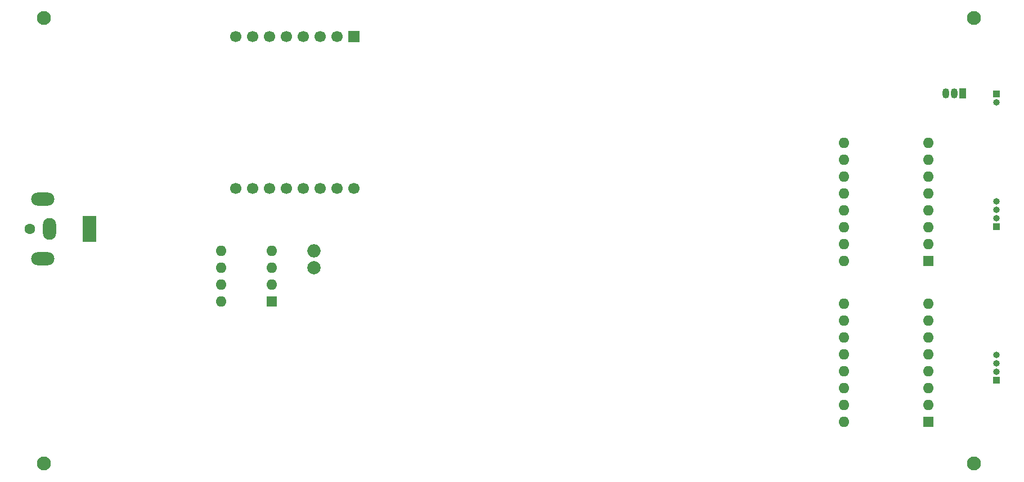
<source format=gbr>
%TF.GenerationSoftware,KiCad,Pcbnew,(6.0.11-0)*%
%TF.CreationDate,2024-05-25T22:05:19+02:00*%
%TF.ProjectId,The Mechanical Turk,54686520-4d65-4636-9861-6e6963616c20,rev?*%
%TF.SameCoordinates,Original*%
%TF.FileFunction,Soldermask,Bot*%
%TF.FilePolarity,Negative*%
%FSLAX46Y46*%
G04 Gerber Fmt 4.6, Leading zero omitted, Abs format (unit mm)*
G04 Created by KiCad (PCBNEW (6.0.11-0)) date 2024-05-25 22:05:19*
%MOMM*%
%LPD*%
G01*
G04 APERTURE LIST*
%ADD10R,1.000000X1.000000*%
%ADD11O,1.000000X1.000000*%
%ADD12R,1.600000X1.600000*%
%ADD13O,1.600000X1.600000*%
%ADD14R,1.050000X1.500000*%
%ADD15O,1.050000X1.500000*%
%ADD16C,2.100000*%
%ADD17C,1.600000*%
%ADD18R,2.000000X4.000000*%
%ADD19O,2.000000X3.300000*%
%ADD20O,3.500000X2.000000*%
%ADD21C,2.000000*%
%ADD22O,2.000000X2.000000*%
%ADD23C,1.700000*%
%ADD24R,1.700000X1.700000*%
G04 APERTURE END LIST*
D10*
%TO.C,J2*%
X226622000Y-122550000D03*
D11*
X226622000Y-121280000D03*
X226622000Y-120010000D03*
X226622000Y-118740000D03*
%TD*%
D10*
%TO.C,J3*%
X226622000Y-99436000D03*
D11*
X226622000Y-98166000D03*
X226622000Y-96896000D03*
X226622000Y-95626000D03*
%TD*%
D12*
%TO.C,A1*%
X216398000Y-128854000D03*
D13*
X216398000Y-126314000D03*
X216398000Y-123774000D03*
X216398000Y-121234000D03*
X216398000Y-118694000D03*
X216398000Y-116154000D03*
X216398000Y-113614000D03*
X216398000Y-111074000D03*
X203698000Y-111074000D03*
X203698000Y-113614000D03*
X203698000Y-116154000D03*
X203698000Y-118694000D03*
X203698000Y-121234000D03*
X203698000Y-123774000D03*
X203698000Y-126314000D03*
X203698000Y-128854000D03*
%TD*%
D14*
%TO.C,Q1*%
X221542000Y-79370000D03*
D15*
X220272000Y-79370000D03*
X219002000Y-79370000D03*
%TD*%
D12*
%TO.C,U1*%
X117602000Y-110744000D03*
D13*
X117602000Y-108204000D03*
X117602000Y-105664000D03*
X117602000Y-103124000D03*
X109982000Y-103124000D03*
X109982000Y-105664000D03*
X109982000Y-108204000D03*
X109982000Y-110744000D03*
%TD*%
D16*
%TO.C,H4*%
X223266000Y-135128000D03*
%TD*%
%TO.C,H1*%
X83312000Y-68072000D03*
%TD*%
D17*
%TO.C,J1*%
X81170000Y-99822000D03*
D18*
X90170000Y-99822000D03*
D19*
X84170000Y-99822000D03*
D20*
X83170000Y-95322000D03*
X83170000Y-104322000D03*
%TD*%
D21*
%TO.C,L1*%
X123952000Y-105672000D03*
D22*
X123952000Y-103132000D03*
%TD*%
D16*
%TO.C,H3*%
X223266000Y-68072000D03*
%TD*%
%TO.C,H2*%
X83312000Y-135128000D03*
%TD*%
D12*
%TO.C,A2*%
X216398000Y-104648000D03*
D13*
X216398000Y-102108000D03*
X216398000Y-99568000D03*
X216398000Y-97028000D03*
X216398000Y-94488000D03*
X216398000Y-91948000D03*
X216398000Y-89408000D03*
X216398000Y-86868000D03*
X203698000Y-86868000D03*
X203698000Y-89408000D03*
X203698000Y-91948000D03*
X203698000Y-94488000D03*
X203698000Y-97028000D03*
X203698000Y-99568000D03*
X203698000Y-102108000D03*
X203698000Y-104648000D03*
%TD*%
D10*
%TO.C,J4*%
X226622000Y-79482000D03*
D11*
X226622000Y-80752000D03*
%TD*%
D23*
%TO.C,G1*%
X129974000Y-93728500D03*
X127434000Y-93728500D03*
X124894000Y-93728500D03*
X122354000Y-93728500D03*
X119814000Y-93728500D03*
X117274000Y-93728500D03*
X114734000Y-93728500D03*
X112194000Y-93728500D03*
X112194000Y-70868500D03*
X114734000Y-70868500D03*
X117274000Y-70868500D03*
X119814000Y-70868500D03*
X122354000Y-70868500D03*
X124894000Y-70868500D03*
X127434000Y-70868500D03*
D24*
X129974000Y-70868500D03*
%TD*%
M02*

</source>
